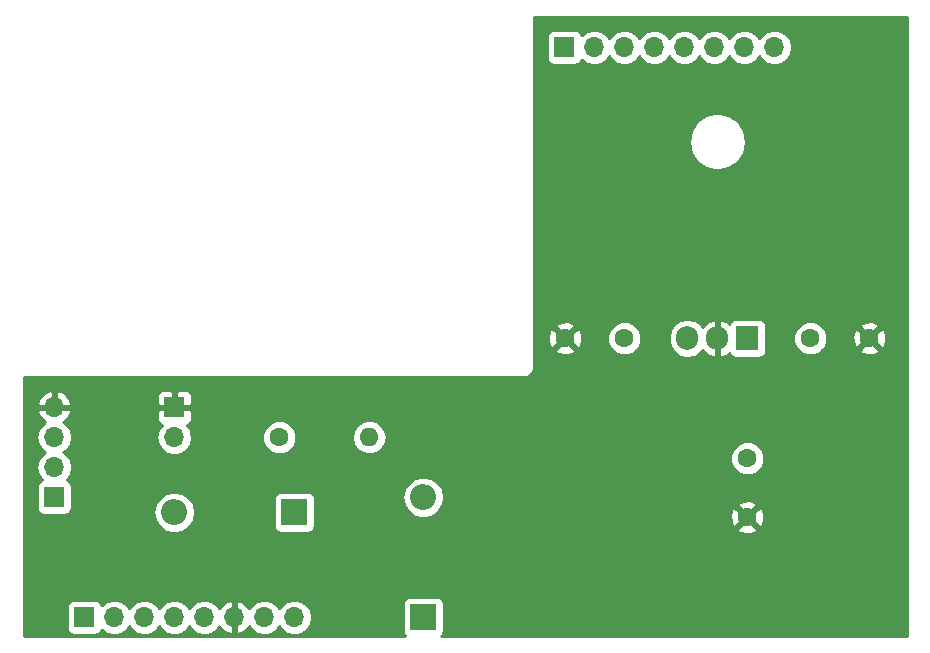
<source format=gbr>
G04 #@! TF.GenerationSoftware,KiCad,Pcbnew,(5.0.2)-1*
G04 #@! TF.CreationDate,2019-02-27T10:38:39-05:00*
G04 #@! TF.ProjectId,AR-22_Power_Supply,41522d32-325f-4506-9f77-65725f537570,rev?*
G04 #@! TF.SameCoordinates,Original*
G04 #@! TF.FileFunction,Copper,L1,Top*
G04 #@! TF.FilePolarity,Positive*
%FSLAX46Y46*%
G04 Gerber Fmt 4.6, Leading zero omitted, Abs format (unit mm)*
G04 Created by KiCad (PCBNEW (5.0.2)-1) date 2/27/2019 10:38:39 AM*
%MOMM*%
%LPD*%
G01*
G04 APERTURE LIST*
G04 #@! TA.AperFunction,ComponentPad*
%ADD10C,1.600000*%
G04 #@! TD*
G04 #@! TA.AperFunction,ComponentPad*
%ADD11R,1.700000X1.700000*%
G04 #@! TD*
G04 #@! TA.AperFunction,ComponentPad*
%ADD12O,1.700000X1.700000*%
G04 #@! TD*
G04 #@! TA.AperFunction,ComponentPad*
%ADD13O,2.200000X2.200000*%
G04 #@! TD*
G04 #@! TA.AperFunction,ComponentPad*
%ADD14R,2.200000X2.200000*%
G04 #@! TD*
G04 #@! TA.AperFunction,ComponentPad*
%ADD15R,1.905000X2.000000*%
G04 #@! TD*
G04 #@! TA.AperFunction,ComponentPad*
%ADD16O,1.905000X2.000000*%
G04 #@! TD*
G04 #@! TA.AperFunction,ComponentPad*
%ADD17O,1.600000X1.600000*%
G04 #@! TD*
G04 #@! TA.AperFunction,Conductor*
%ADD18C,0.254000*%
G04 #@! TD*
G04 APERTURE END LIST*
D10*
G04 #@! TO.P,C1,1*
G04 #@! TO.N,Net-(C1-Pad1)*
X178054000Y-66040000D03*
G04 #@! TO.P,C1,2*
G04 #@! TO.N,GND*
X178054000Y-71040000D03*
G04 #@! TD*
G04 #@! TO.P,C3,2*
G04 #@! TO.N,GND*
X162640000Y-55880000D03*
G04 #@! TO.P,C3,1*
G04 #@! TO.N,Net-(C3-Pad1)*
X167640000Y-55880000D03*
G04 #@! TD*
G04 #@! TO.P,C2,1*
G04 #@! TO.N,Net-(C1-Pad1)*
X183388000Y-55880000D03*
G04 #@! TO.P,C2,2*
G04 #@! TO.N,GND*
X188388000Y-55880000D03*
G04 #@! TD*
D11*
G04 #@! TO.P,J1,1*
G04 #@! TO.N,GND*
X129540000Y-61722000D03*
D12*
G04 #@! TO.P,J1,2*
G04 #@! TO.N,Net-(J1-Pad2)*
X129540000Y-64262000D03*
G04 #@! TD*
D11*
G04 #@! TO.P,J2,1*
G04 #@! TO.N,Net-(J2-Pad1)*
X119380000Y-69342000D03*
D12*
G04 #@! TO.P,J2,2*
G04 #@! TO.N,Net-(J2-Pad2)*
X119380000Y-66802000D03*
G04 #@! TO.P,J2,3*
G04 #@! TO.N,Net-(D1-Pad2)*
X119380000Y-64262000D03*
G04 #@! TO.P,J2,4*
G04 #@! TO.N,GND*
X119380000Y-61722000D03*
G04 #@! TD*
G04 #@! TO.P,,8*
G04 #@! TO.N,Net-(J4-Pad8)*
X180340000Y-31242000D03*
G04 #@! TO.P,,7*
G04 #@! TO.N,Net-(J4-Pad7)*
X177800000Y-31242000D03*
G04 #@! TO.P,,6*
G04 #@! TO.N,Net-(J4-Pad6)*
X175260000Y-31242000D03*
G04 #@! TO.P,,5*
G04 #@! TO.N,Net-(J4-Pad5)*
X172720000Y-31242000D03*
G04 #@! TO.P,,4*
G04 #@! TO.N,Net-(J4-Pad4)*
X170180000Y-31242000D03*
G04 #@! TO.P,,3*
G04 #@! TO.N,Net-(J4-Pad3)*
X167640000Y-31242000D03*
G04 #@! TO.P,,2*
G04 #@! TO.N,Net-(J4-Pad2)*
X165100000Y-31242000D03*
D11*
G04 #@! TO.P,,1*
G04 #@! TO.N,Net-(J4-Pad1)*
X162560000Y-31242000D03*
G04 #@! TD*
G04 #@! TO.P,J3,1*
G04 #@! TO.N,Net-(J3-Pad1)*
X121920000Y-79502000D03*
D12*
G04 #@! TO.P,J3,2*
G04 #@! TO.N,Net-(J3-Pad2)*
X124460000Y-79502000D03*
G04 #@! TO.P,J3,3*
G04 #@! TO.N,Net-(J3-Pad3)*
X127000000Y-79502000D03*
G04 #@! TO.P,J3,4*
G04 #@! TO.N,Net-(J3-Pad4)*
X129540000Y-79502000D03*
G04 #@! TO.P,J3,5*
G04 #@! TO.N,Net-(J3-Pad5)*
X132080000Y-79502000D03*
G04 #@! TO.P,J3,6*
G04 #@! TO.N,GND*
X134620000Y-79502000D03*
G04 #@! TO.P,J3,7*
G04 #@! TO.N,Net-(J3-Pad7)*
X137160000Y-79502000D03*
G04 #@! TO.P,J3,8*
G04 #@! TO.N,Net-(D2-Pad1)*
X139700000Y-79502000D03*
G04 #@! TD*
D13*
G04 #@! TO.P,D2,2*
G04 #@! TO.N,Net-(C3-Pad1)*
X150622000Y-69342000D03*
D14*
G04 #@! TO.P,D2,1*
G04 #@! TO.N,Net-(D2-Pad1)*
X150622000Y-79502000D03*
G04 #@! TD*
G04 #@! TO.P,D1,1*
G04 #@! TO.N,Net-(C1-Pad1)*
X139700000Y-70612000D03*
D13*
G04 #@! TO.P,D1,2*
G04 #@! TO.N,Net-(D1-Pad2)*
X129540000Y-70612000D03*
G04 #@! TD*
D15*
G04 #@! TO.P,U1,1*
G04 #@! TO.N,Net-(C1-Pad1)*
X178054000Y-55880000D03*
D16*
G04 #@! TO.P,U1,2*
G04 #@! TO.N,GND*
X175514000Y-55880000D03*
G04 #@! TO.P,U1,3*
G04 #@! TO.N,Net-(C3-Pad1)*
X172974000Y-55880000D03*
G04 #@! TD*
D10*
G04 #@! TO.P,R1,1*
G04 #@! TO.N,Net-(J1-Pad2)*
X138430000Y-64262000D03*
D17*
G04 #@! TO.P,R1,2*
G04 #@! TO.N,Net-(C3-Pad1)*
X146050000Y-64262000D03*
G04 #@! TD*
D18*
G04 #@! TO.N,GND*
G36*
X191568001Y-81078000D02*
X152152584Y-81078000D01*
X152179809Y-81059809D01*
X152320157Y-80849765D01*
X152369440Y-80602000D01*
X152369440Y-78402000D01*
X152320157Y-78154235D01*
X152179809Y-77944191D01*
X151969765Y-77803843D01*
X151722000Y-77754560D01*
X149522000Y-77754560D01*
X149274235Y-77803843D01*
X149064191Y-77944191D01*
X148923843Y-78154235D01*
X148874560Y-78402000D01*
X148874560Y-80602000D01*
X148923843Y-80849765D01*
X149064191Y-81059809D01*
X149091416Y-81078000D01*
X116788000Y-81078000D01*
X116788000Y-78652000D01*
X120422560Y-78652000D01*
X120422560Y-80352000D01*
X120471843Y-80599765D01*
X120612191Y-80809809D01*
X120822235Y-80950157D01*
X121070000Y-80999440D01*
X122770000Y-80999440D01*
X123017765Y-80950157D01*
X123227809Y-80809809D01*
X123368157Y-80599765D01*
X123377184Y-80554381D01*
X123389375Y-80572625D01*
X123880582Y-80900839D01*
X124313744Y-80987000D01*
X124606256Y-80987000D01*
X125039418Y-80900839D01*
X125530625Y-80572625D01*
X125730000Y-80274239D01*
X125929375Y-80572625D01*
X126420582Y-80900839D01*
X126853744Y-80987000D01*
X127146256Y-80987000D01*
X127579418Y-80900839D01*
X128070625Y-80572625D01*
X128270000Y-80274239D01*
X128469375Y-80572625D01*
X128960582Y-80900839D01*
X129393744Y-80987000D01*
X129686256Y-80987000D01*
X130119418Y-80900839D01*
X130610625Y-80572625D01*
X130810000Y-80274239D01*
X131009375Y-80572625D01*
X131500582Y-80900839D01*
X131933744Y-80987000D01*
X132226256Y-80987000D01*
X132659418Y-80900839D01*
X133150625Y-80572625D01*
X133363843Y-80253522D01*
X133424817Y-80383358D01*
X133853076Y-80773645D01*
X134263110Y-80943476D01*
X134493000Y-80822155D01*
X134493000Y-79629000D01*
X134473000Y-79629000D01*
X134473000Y-79375000D01*
X134493000Y-79375000D01*
X134493000Y-78181845D01*
X134747000Y-78181845D01*
X134747000Y-79375000D01*
X134767000Y-79375000D01*
X134767000Y-79629000D01*
X134747000Y-79629000D01*
X134747000Y-80822155D01*
X134976890Y-80943476D01*
X135386924Y-80773645D01*
X135815183Y-80383358D01*
X135876157Y-80253522D01*
X136089375Y-80572625D01*
X136580582Y-80900839D01*
X137013744Y-80987000D01*
X137306256Y-80987000D01*
X137739418Y-80900839D01*
X138230625Y-80572625D01*
X138430000Y-80274239D01*
X138629375Y-80572625D01*
X139120582Y-80900839D01*
X139553744Y-80987000D01*
X139846256Y-80987000D01*
X140279418Y-80900839D01*
X140770625Y-80572625D01*
X141098839Y-80081418D01*
X141214092Y-79502000D01*
X141098839Y-78922582D01*
X140770625Y-78431375D01*
X140279418Y-78103161D01*
X139846256Y-78017000D01*
X139553744Y-78017000D01*
X139120582Y-78103161D01*
X138629375Y-78431375D01*
X138430000Y-78729761D01*
X138230625Y-78431375D01*
X137739418Y-78103161D01*
X137306256Y-78017000D01*
X137013744Y-78017000D01*
X136580582Y-78103161D01*
X136089375Y-78431375D01*
X135876157Y-78750478D01*
X135815183Y-78620642D01*
X135386924Y-78230355D01*
X134976890Y-78060524D01*
X134747000Y-78181845D01*
X134493000Y-78181845D01*
X134263110Y-78060524D01*
X133853076Y-78230355D01*
X133424817Y-78620642D01*
X133363843Y-78750478D01*
X133150625Y-78431375D01*
X132659418Y-78103161D01*
X132226256Y-78017000D01*
X131933744Y-78017000D01*
X131500582Y-78103161D01*
X131009375Y-78431375D01*
X130810000Y-78729761D01*
X130610625Y-78431375D01*
X130119418Y-78103161D01*
X129686256Y-78017000D01*
X129393744Y-78017000D01*
X128960582Y-78103161D01*
X128469375Y-78431375D01*
X128270000Y-78729761D01*
X128070625Y-78431375D01*
X127579418Y-78103161D01*
X127146256Y-78017000D01*
X126853744Y-78017000D01*
X126420582Y-78103161D01*
X125929375Y-78431375D01*
X125730000Y-78729761D01*
X125530625Y-78431375D01*
X125039418Y-78103161D01*
X124606256Y-78017000D01*
X124313744Y-78017000D01*
X123880582Y-78103161D01*
X123389375Y-78431375D01*
X123377184Y-78449619D01*
X123368157Y-78404235D01*
X123227809Y-78194191D01*
X123017765Y-78053843D01*
X122770000Y-78004560D01*
X121070000Y-78004560D01*
X120822235Y-78053843D01*
X120612191Y-78194191D01*
X120471843Y-78404235D01*
X120422560Y-78652000D01*
X116788000Y-78652000D01*
X116788000Y-64262000D01*
X117865908Y-64262000D01*
X117981161Y-64841418D01*
X118309375Y-65332625D01*
X118607761Y-65532000D01*
X118309375Y-65731375D01*
X117981161Y-66222582D01*
X117865908Y-66802000D01*
X117981161Y-67381418D01*
X118309375Y-67872625D01*
X118327619Y-67884816D01*
X118282235Y-67893843D01*
X118072191Y-68034191D01*
X117931843Y-68244235D01*
X117882560Y-68492000D01*
X117882560Y-70192000D01*
X117931843Y-70439765D01*
X118072191Y-70649809D01*
X118282235Y-70790157D01*
X118530000Y-70839440D01*
X120230000Y-70839440D01*
X120477765Y-70790157D01*
X120687809Y-70649809D01*
X120713072Y-70612000D01*
X127771010Y-70612000D01*
X127905666Y-71288963D01*
X128289135Y-71862865D01*
X128863037Y-72246334D01*
X129369120Y-72347000D01*
X129710880Y-72347000D01*
X130216963Y-72246334D01*
X130790865Y-71862865D01*
X131174334Y-71288963D01*
X131308990Y-70612000D01*
X131174334Y-69935037D01*
X130891670Y-69512000D01*
X137952560Y-69512000D01*
X137952560Y-71712000D01*
X138001843Y-71959765D01*
X138142191Y-72169809D01*
X138352235Y-72310157D01*
X138600000Y-72359440D01*
X140800000Y-72359440D01*
X141047765Y-72310157D01*
X141257809Y-72169809D01*
X141339370Y-72047745D01*
X177225861Y-72047745D01*
X177299995Y-72293864D01*
X177837223Y-72486965D01*
X178407454Y-72459778D01*
X178808005Y-72293864D01*
X178882139Y-72047745D01*
X178054000Y-71219605D01*
X177225861Y-72047745D01*
X141339370Y-72047745D01*
X141398157Y-71959765D01*
X141447440Y-71712000D01*
X141447440Y-69512000D01*
X141413626Y-69342000D01*
X148853010Y-69342000D01*
X148987666Y-70018963D01*
X149371135Y-70592865D01*
X149945037Y-70976334D01*
X150451120Y-71077000D01*
X150792880Y-71077000D01*
X151298963Y-70976334D01*
X151528109Y-70823223D01*
X176607035Y-70823223D01*
X176634222Y-71393454D01*
X176800136Y-71794005D01*
X177046255Y-71868139D01*
X177874395Y-71040000D01*
X178233605Y-71040000D01*
X179061745Y-71868139D01*
X179307864Y-71794005D01*
X179500965Y-71256777D01*
X179473778Y-70686546D01*
X179307864Y-70285995D01*
X179061745Y-70211861D01*
X178233605Y-71040000D01*
X177874395Y-71040000D01*
X177046255Y-70211861D01*
X176800136Y-70285995D01*
X176607035Y-70823223D01*
X151528109Y-70823223D01*
X151872865Y-70592865D01*
X152247452Y-70032255D01*
X177225861Y-70032255D01*
X178054000Y-70860395D01*
X178882139Y-70032255D01*
X178808005Y-69786136D01*
X178270777Y-69593035D01*
X177700546Y-69620222D01*
X177299995Y-69786136D01*
X177225861Y-70032255D01*
X152247452Y-70032255D01*
X152256334Y-70018963D01*
X152390990Y-69342000D01*
X152256334Y-68665037D01*
X151872865Y-68091135D01*
X151298963Y-67707666D01*
X150792880Y-67607000D01*
X150451120Y-67607000D01*
X149945037Y-67707666D01*
X149371135Y-68091135D01*
X148987666Y-68665037D01*
X148853010Y-69342000D01*
X141413626Y-69342000D01*
X141398157Y-69264235D01*
X141257809Y-69054191D01*
X141047765Y-68913843D01*
X140800000Y-68864560D01*
X138600000Y-68864560D01*
X138352235Y-68913843D01*
X138142191Y-69054191D01*
X138001843Y-69264235D01*
X137952560Y-69512000D01*
X130891670Y-69512000D01*
X130790865Y-69361135D01*
X130216963Y-68977666D01*
X129710880Y-68877000D01*
X129369120Y-68877000D01*
X128863037Y-68977666D01*
X128289135Y-69361135D01*
X127905666Y-69935037D01*
X127771010Y-70612000D01*
X120713072Y-70612000D01*
X120828157Y-70439765D01*
X120877440Y-70192000D01*
X120877440Y-68492000D01*
X120828157Y-68244235D01*
X120687809Y-68034191D01*
X120477765Y-67893843D01*
X120432381Y-67884816D01*
X120450625Y-67872625D01*
X120778839Y-67381418D01*
X120894092Y-66802000D01*
X120778839Y-66222582D01*
X120466118Y-65754561D01*
X176619000Y-65754561D01*
X176619000Y-66325439D01*
X176837466Y-66852862D01*
X177241138Y-67256534D01*
X177768561Y-67475000D01*
X178339439Y-67475000D01*
X178866862Y-67256534D01*
X179270534Y-66852862D01*
X179489000Y-66325439D01*
X179489000Y-65754561D01*
X179270534Y-65227138D01*
X178866862Y-64823466D01*
X178339439Y-64605000D01*
X177768561Y-64605000D01*
X177241138Y-64823466D01*
X176837466Y-65227138D01*
X176619000Y-65754561D01*
X120466118Y-65754561D01*
X120450625Y-65731375D01*
X120152239Y-65532000D01*
X120450625Y-65332625D01*
X120778839Y-64841418D01*
X120894092Y-64262000D01*
X128025908Y-64262000D01*
X128141161Y-64841418D01*
X128469375Y-65332625D01*
X128960582Y-65660839D01*
X129393744Y-65747000D01*
X129686256Y-65747000D01*
X130119418Y-65660839D01*
X130610625Y-65332625D01*
X130938839Y-64841418D01*
X131054092Y-64262000D01*
X130997315Y-63976561D01*
X136995000Y-63976561D01*
X136995000Y-64547439D01*
X137213466Y-65074862D01*
X137617138Y-65478534D01*
X138144561Y-65697000D01*
X138715439Y-65697000D01*
X139242862Y-65478534D01*
X139646534Y-65074862D01*
X139865000Y-64547439D01*
X139865000Y-64262000D01*
X144586887Y-64262000D01*
X144698260Y-64821909D01*
X145015423Y-65296577D01*
X145490091Y-65613740D01*
X145908667Y-65697000D01*
X146191333Y-65697000D01*
X146609909Y-65613740D01*
X147084577Y-65296577D01*
X147401740Y-64821909D01*
X147513113Y-64262000D01*
X147401740Y-63702091D01*
X147084577Y-63227423D01*
X146609909Y-62910260D01*
X146191333Y-62827000D01*
X145908667Y-62827000D01*
X145490091Y-62910260D01*
X145015423Y-63227423D01*
X144698260Y-63702091D01*
X144586887Y-64262000D01*
X139865000Y-64262000D01*
X139865000Y-63976561D01*
X139646534Y-63449138D01*
X139242862Y-63045466D01*
X138715439Y-62827000D01*
X138144561Y-62827000D01*
X137617138Y-63045466D01*
X137213466Y-63449138D01*
X136995000Y-63976561D01*
X130997315Y-63976561D01*
X130938839Y-63682582D01*
X130610625Y-63191375D01*
X130588967Y-63176904D01*
X130749698Y-63110327D01*
X130928327Y-62931699D01*
X131025000Y-62698310D01*
X131025000Y-62007750D01*
X130866250Y-61849000D01*
X129667000Y-61849000D01*
X129667000Y-61869000D01*
X129413000Y-61869000D01*
X129413000Y-61849000D01*
X128213750Y-61849000D01*
X128055000Y-62007750D01*
X128055000Y-62698310D01*
X128151673Y-62931699D01*
X128330302Y-63110327D01*
X128491033Y-63176904D01*
X128469375Y-63191375D01*
X128141161Y-63682582D01*
X128025908Y-64262000D01*
X120894092Y-64262000D01*
X120778839Y-63682582D01*
X120450625Y-63191375D01*
X120131522Y-62978157D01*
X120261358Y-62917183D01*
X120651645Y-62488924D01*
X120821476Y-62078890D01*
X120700155Y-61849000D01*
X119507000Y-61849000D01*
X119507000Y-61869000D01*
X119253000Y-61869000D01*
X119253000Y-61849000D01*
X118059845Y-61849000D01*
X117938524Y-62078890D01*
X118108355Y-62488924D01*
X118498642Y-62917183D01*
X118628478Y-62978157D01*
X118309375Y-63191375D01*
X117981161Y-63682582D01*
X117865908Y-64262000D01*
X116788000Y-64262000D01*
X116788000Y-61365110D01*
X117938524Y-61365110D01*
X118059845Y-61595000D01*
X119253000Y-61595000D01*
X119253000Y-60401181D01*
X119507000Y-60401181D01*
X119507000Y-61595000D01*
X120700155Y-61595000D01*
X120821476Y-61365110D01*
X120651645Y-60955076D01*
X120460825Y-60745690D01*
X128055000Y-60745690D01*
X128055000Y-61436250D01*
X128213750Y-61595000D01*
X129413000Y-61595000D01*
X129413000Y-60395750D01*
X129667000Y-60395750D01*
X129667000Y-61595000D01*
X130866250Y-61595000D01*
X131025000Y-61436250D01*
X131025000Y-60745690D01*
X130928327Y-60512301D01*
X130749698Y-60333673D01*
X130516309Y-60237000D01*
X129825750Y-60237000D01*
X129667000Y-60395750D01*
X129413000Y-60395750D01*
X129254250Y-60237000D01*
X128563691Y-60237000D01*
X128330302Y-60333673D01*
X128151673Y-60512301D01*
X128055000Y-60745690D01*
X120460825Y-60745690D01*
X120261358Y-60526817D01*
X119736892Y-60280514D01*
X119507000Y-60401181D01*
X119253000Y-60401181D01*
X119023108Y-60280514D01*
X118498642Y-60526817D01*
X118108355Y-60955076D01*
X117938524Y-61365110D01*
X116788000Y-61365110D01*
X116788000Y-59130000D01*
X159188074Y-59130000D01*
X159258000Y-59143909D01*
X159327925Y-59130000D01*
X159327926Y-59130000D01*
X159535028Y-59088805D01*
X159769881Y-58931881D01*
X159926805Y-58697028D01*
X159981909Y-58420000D01*
X159968000Y-58350074D01*
X159968000Y-56887745D01*
X161811861Y-56887745D01*
X161885995Y-57133864D01*
X162423223Y-57326965D01*
X162993454Y-57299778D01*
X163394005Y-57133864D01*
X163468139Y-56887745D01*
X162640000Y-56059605D01*
X161811861Y-56887745D01*
X159968000Y-56887745D01*
X159968000Y-55663223D01*
X161193035Y-55663223D01*
X161220222Y-56233454D01*
X161386136Y-56634005D01*
X161632255Y-56708139D01*
X162460395Y-55880000D01*
X162819605Y-55880000D01*
X163647745Y-56708139D01*
X163893864Y-56634005D01*
X164086965Y-56096777D01*
X164063021Y-55594561D01*
X166205000Y-55594561D01*
X166205000Y-56165439D01*
X166423466Y-56692862D01*
X166827138Y-57096534D01*
X167354561Y-57315000D01*
X167925439Y-57315000D01*
X168452862Y-57096534D01*
X168856534Y-56692862D01*
X169075000Y-56165439D01*
X169075000Y-55676150D01*
X171386500Y-55676150D01*
X171386500Y-56083849D01*
X171478609Y-56546910D01*
X171829477Y-57072023D01*
X172354589Y-57422891D01*
X172974000Y-57546100D01*
X173593410Y-57422891D01*
X174118523Y-57072023D01*
X174253159Y-56870526D01*
X174647076Y-57255973D01*
X175141020Y-57470563D01*
X175387000Y-57350594D01*
X175387000Y-56007000D01*
X175367000Y-56007000D01*
X175367000Y-55753000D01*
X175387000Y-55753000D01*
X175387000Y-54409406D01*
X175641000Y-54409406D01*
X175641000Y-55753000D01*
X175661000Y-55753000D01*
X175661000Y-56007000D01*
X175641000Y-56007000D01*
X175641000Y-57350594D01*
X175886980Y-57470563D01*
X176380924Y-57255973D01*
X176506745Y-57132857D01*
X176643691Y-57337809D01*
X176853735Y-57478157D01*
X177101500Y-57527440D01*
X179006500Y-57527440D01*
X179254265Y-57478157D01*
X179464309Y-57337809D01*
X179604657Y-57127765D01*
X179653940Y-56880000D01*
X179653940Y-55594561D01*
X181953000Y-55594561D01*
X181953000Y-56165439D01*
X182171466Y-56692862D01*
X182575138Y-57096534D01*
X183102561Y-57315000D01*
X183673439Y-57315000D01*
X184200862Y-57096534D01*
X184409651Y-56887745D01*
X187559861Y-56887745D01*
X187633995Y-57133864D01*
X188171223Y-57326965D01*
X188741454Y-57299778D01*
X189142005Y-57133864D01*
X189216139Y-56887745D01*
X188388000Y-56059605D01*
X187559861Y-56887745D01*
X184409651Y-56887745D01*
X184604534Y-56692862D01*
X184823000Y-56165439D01*
X184823000Y-55663223D01*
X186941035Y-55663223D01*
X186968222Y-56233454D01*
X187134136Y-56634005D01*
X187380255Y-56708139D01*
X188208395Y-55880000D01*
X188567605Y-55880000D01*
X189395745Y-56708139D01*
X189641864Y-56634005D01*
X189834965Y-56096777D01*
X189807778Y-55526546D01*
X189641864Y-55125995D01*
X189395745Y-55051861D01*
X188567605Y-55880000D01*
X188208395Y-55880000D01*
X187380255Y-55051861D01*
X187134136Y-55125995D01*
X186941035Y-55663223D01*
X184823000Y-55663223D01*
X184823000Y-55594561D01*
X184604534Y-55067138D01*
X184409651Y-54872255D01*
X187559861Y-54872255D01*
X188388000Y-55700395D01*
X189216139Y-54872255D01*
X189142005Y-54626136D01*
X188604777Y-54433035D01*
X188034546Y-54460222D01*
X187633995Y-54626136D01*
X187559861Y-54872255D01*
X184409651Y-54872255D01*
X184200862Y-54663466D01*
X183673439Y-54445000D01*
X183102561Y-54445000D01*
X182575138Y-54663466D01*
X182171466Y-55067138D01*
X181953000Y-55594561D01*
X179653940Y-55594561D01*
X179653940Y-54880000D01*
X179604657Y-54632235D01*
X179464309Y-54422191D01*
X179254265Y-54281843D01*
X179006500Y-54232560D01*
X177101500Y-54232560D01*
X176853735Y-54281843D01*
X176643691Y-54422191D01*
X176506745Y-54627143D01*
X176380924Y-54504027D01*
X175886980Y-54289437D01*
X175641000Y-54409406D01*
X175387000Y-54409406D01*
X175141020Y-54289437D01*
X174647076Y-54504027D01*
X174253159Y-54889474D01*
X174118523Y-54687977D01*
X173593411Y-54337109D01*
X172974000Y-54213900D01*
X172354590Y-54337109D01*
X171829477Y-54687977D01*
X171478609Y-55213089D01*
X171386500Y-55676150D01*
X169075000Y-55676150D01*
X169075000Y-55594561D01*
X168856534Y-55067138D01*
X168452862Y-54663466D01*
X167925439Y-54445000D01*
X167354561Y-54445000D01*
X166827138Y-54663466D01*
X166423466Y-55067138D01*
X166205000Y-55594561D01*
X164063021Y-55594561D01*
X164059778Y-55526546D01*
X163893864Y-55125995D01*
X163647745Y-55051861D01*
X162819605Y-55880000D01*
X162460395Y-55880000D01*
X161632255Y-55051861D01*
X161386136Y-55125995D01*
X161193035Y-55663223D01*
X159968000Y-55663223D01*
X159968000Y-54872255D01*
X161811861Y-54872255D01*
X162640000Y-55700395D01*
X163468139Y-54872255D01*
X163394005Y-54626136D01*
X162856777Y-54433035D01*
X162286546Y-54460222D01*
X161885995Y-54626136D01*
X161811861Y-54872255D01*
X159968000Y-54872255D01*
X159968000Y-39220000D01*
X173082276Y-39220000D01*
X173267380Y-40150580D01*
X173794511Y-40939489D01*
X174583420Y-41466620D01*
X175279103Y-41605000D01*
X175748897Y-41605000D01*
X176444580Y-41466620D01*
X177233489Y-40939489D01*
X177760620Y-40150580D01*
X177945724Y-39220000D01*
X177760620Y-38289420D01*
X177233489Y-37500511D01*
X176444580Y-36973380D01*
X175748897Y-36835000D01*
X175279103Y-36835000D01*
X174583420Y-36973380D01*
X173794511Y-37500511D01*
X173267380Y-38289420D01*
X173082276Y-39220000D01*
X159968000Y-39220000D01*
X159968000Y-30392000D01*
X161062560Y-30392000D01*
X161062560Y-32092000D01*
X161111843Y-32339765D01*
X161252191Y-32549809D01*
X161462235Y-32690157D01*
X161710000Y-32739440D01*
X163410000Y-32739440D01*
X163657765Y-32690157D01*
X163867809Y-32549809D01*
X164008157Y-32339765D01*
X164017184Y-32294381D01*
X164029375Y-32312625D01*
X164520582Y-32640839D01*
X164953744Y-32727000D01*
X165246256Y-32727000D01*
X165679418Y-32640839D01*
X166170625Y-32312625D01*
X166370000Y-32014239D01*
X166569375Y-32312625D01*
X167060582Y-32640839D01*
X167493744Y-32727000D01*
X167786256Y-32727000D01*
X168219418Y-32640839D01*
X168710625Y-32312625D01*
X168910000Y-32014239D01*
X169109375Y-32312625D01*
X169600582Y-32640839D01*
X170033744Y-32727000D01*
X170326256Y-32727000D01*
X170759418Y-32640839D01*
X171250625Y-32312625D01*
X171450000Y-32014239D01*
X171649375Y-32312625D01*
X172140582Y-32640839D01*
X172573744Y-32727000D01*
X172866256Y-32727000D01*
X173299418Y-32640839D01*
X173790625Y-32312625D01*
X173990000Y-32014239D01*
X174189375Y-32312625D01*
X174680582Y-32640839D01*
X175113744Y-32727000D01*
X175406256Y-32727000D01*
X175839418Y-32640839D01*
X176330625Y-32312625D01*
X176530000Y-32014239D01*
X176729375Y-32312625D01*
X177220582Y-32640839D01*
X177653744Y-32727000D01*
X177946256Y-32727000D01*
X178379418Y-32640839D01*
X178870625Y-32312625D01*
X179070000Y-32014239D01*
X179269375Y-32312625D01*
X179760582Y-32640839D01*
X180193744Y-32727000D01*
X180486256Y-32727000D01*
X180919418Y-32640839D01*
X181410625Y-32312625D01*
X181738839Y-31821418D01*
X181854092Y-31242000D01*
X181738839Y-30662582D01*
X181410625Y-30171375D01*
X180919418Y-29843161D01*
X180486256Y-29757000D01*
X180193744Y-29757000D01*
X179760582Y-29843161D01*
X179269375Y-30171375D01*
X179070000Y-30469761D01*
X178870625Y-30171375D01*
X178379418Y-29843161D01*
X177946256Y-29757000D01*
X177653744Y-29757000D01*
X177220582Y-29843161D01*
X176729375Y-30171375D01*
X176530000Y-30469761D01*
X176330625Y-30171375D01*
X175839418Y-29843161D01*
X175406256Y-29757000D01*
X175113744Y-29757000D01*
X174680582Y-29843161D01*
X174189375Y-30171375D01*
X173990000Y-30469761D01*
X173790625Y-30171375D01*
X173299418Y-29843161D01*
X172866256Y-29757000D01*
X172573744Y-29757000D01*
X172140582Y-29843161D01*
X171649375Y-30171375D01*
X171450000Y-30469761D01*
X171250625Y-30171375D01*
X170759418Y-29843161D01*
X170326256Y-29757000D01*
X170033744Y-29757000D01*
X169600582Y-29843161D01*
X169109375Y-30171375D01*
X168910000Y-30469761D01*
X168710625Y-30171375D01*
X168219418Y-29843161D01*
X167786256Y-29757000D01*
X167493744Y-29757000D01*
X167060582Y-29843161D01*
X166569375Y-30171375D01*
X166370000Y-30469761D01*
X166170625Y-30171375D01*
X165679418Y-29843161D01*
X165246256Y-29757000D01*
X164953744Y-29757000D01*
X164520582Y-29843161D01*
X164029375Y-30171375D01*
X164017184Y-30189619D01*
X164008157Y-30144235D01*
X163867809Y-29934191D01*
X163657765Y-29793843D01*
X163410000Y-29744560D01*
X161710000Y-29744560D01*
X161462235Y-29793843D01*
X161252191Y-29934191D01*
X161111843Y-30144235D01*
X161062560Y-30392000D01*
X159968000Y-30392000D01*
X159968000Y-28650000D01*
X191568000Y-28650000D01*
X191568001Y-81078000D01*
X191568001Y-81078000D01*
G37*
X191568001Y-81078000D02*
X152152584Y-81078000D01*
X152179809Y-81059809D01*
X152320157Y-80849765D01*
X152369440Y-80602000D01*
X152369440Y-78402000D01*
X152320157Y-78154235D01*
X152179809Y-77944191D01*
X151969765Y-77803843D01*
X151722000Y-77754560D01*
X149522000Y-77754560D01*
X149274235Y-77803843D01*
X149064191Y-77944191D01*
X148923843Y-78154235D01*
X148874560Y-78402000D01*
X148874560Y-80602000D01*
X148923843Y-80849765D01*
X149064191Y-81059809D01*
X149091416Y-81078000D01*
X116788000Y-81078000D01*
X116788000Y-78652000D01*
X120422560Y-78652000D01*
X120422560Y-80352000D01*
X120471843Y-80599765D01*
X120612191Y-80809809D01*
X120822235Y-80950157D01*
X121070000Y-80999440D01*
X122770000Y-80999440D01*
X123017765Y-80950157D01*
X123227809Y-80809809D01*
X123368157Y-80599765D01*
X123377184Y-80554381D01*
X123389375Y-80572625D01*
X123880582Y-80900839D01*
X124313744Y-80987000D01*
X124606256Y-80987000D01*
X125039418Y-80900839D01*
X125530625Y-80572625D01*
X125730000Y-80274239D01*
X125929375Y-80572625D01*
X126420582Y-80900839D01*
X126853744Y-80987000D01*
X127146256Y-80987000D01*
X127579418Y-80900839D01*
X128070625Y-80572625D01*
X128270000Y-80274239D01*
X128469375Y-80572625D01*
X128960582Y-80900839D01*
X129393744Y-80987000D01*
X129686256Y-80987000D01*
X130119418Y-80900839D01*
X130610625Y-80572625D01*
X130810000Y-80274239D01*
X131009375Y-80572625D01*
X131500582Y-80900839D01*
X131933744Y-80987000D01*
X132226256Y-80987000D01*
X132659418Y-80900839D01*
X133150625Y-80572625D01*
X133363843Y-80253522D01*
X133424817Y-80383358D01*
X133853076Y-80773645D01*
X134263110Y-80943476D01*
X134493000Y-80822155D01*
X134493000Y-79629000D01*
X134473000Y-79629000D01*
X134473000Y-79375000D01*
X134493000Y-79375000D01*
X134493000Y-78181845D01*
X134747000Y-78181845D01*
X134747000Y-79375000D01*
X134767000Y-79375000D01*
X134767000Y-79629000D01*
X134747000Y-79629000D01*
X134747000Y-80822155D01*
X134976890Y-80943476D01*
X135386924Y-80773645D01*
X135815183Y-80383358D01*
X135876157Y-80253522D01*
X136089375Y-80572625D01*
X136580582Y-80900839D01*
X137013744Y-80987000D01*
X137306256Y-80987000D01*
X137739418Y-80900839D01*
X138230625Y-80572625D01*
X138430000Y-80274239D01*
X138629375Y-80572625D01*
X139120582Y-80900839D01*
X139553744Y-80987000D01*
X139846256Y-80987000D01*
X140279418Y-80900839D01*
X140770625Y-80572625D01*
X141098839Y-80081418D01*
X141214092Y-79502000D01*
X141098839Y-78922582D01*
X140770625Y-78431375D01*
X140279418Y-78103161D01*
X139846256Y-78017000D01*
X139553744Y-78017000D01*
X139120582Y-78103161D01*
X138629375Y-78431375D01*
X138430000Y-78729761D01*
X138230625Y-78431375D01*
X137739418Y-78103161D01*
X137306256Y-78017000D01*
X137013744Y-78017000D01*
X136580582Y-78103161D01*
X136089375Y-78431375D01*
X135876157Y-78750478D01*
X135815183Y-78620642D01*
X135386924Y-78230355D01*
X134976890Y-78060524D01*
X134747000Y-78181845D01*
X134493000Y-78181845D01*
X134263110Y-78060524D01*
X133853076Y-78230355D01*
X133424817Y-78620642D01*
X133363843Y-78750478D01*
X133150625Y-78431375D01*
X132659418Y-78103161D01*
X132226256Y-78017000D01*
X131933744Y-78017000D01*
X131500582Y-78103161D01*
X131009375Y-78431375D01*
X130810000Y-78729761D01*
X130610625Y-78431375D01*
X130119418Y-78103161D01*
X129686256Y-78017000D01*
X129393744Y-78017000D01*
X128960582Y-78103161D01*
X128469375Y-78431375D01*
X128270000Y-78729761D01*
X128070625Y-78431375D01*
X127579418Y-78103161D01*
X127146256Y-78017000D01*
X126853744Y-78017000D01*
X126420582Y-78103161D01*
X125929375Y-78431375D01*
X125730000Y-78729761D01*
X125530625Y-78431375D01*
X125039418Y-78103161D01*
X124606256Y-78017000D01*
X124313744Y-78017000D01*
X123880582Y-78103161D01*
X123389375Y-78431375D01*
X123377184Y-78449619D01*
X123368157Y-78404235D01*
X123227809Y-78194191D01*
X123017765Y-78053843D01*
X122770000Y-78004560D01*
X121070000Y-78004560D01*
X120822235Y-78053843D01*
X120612191Y-78194191D01*
X120471843Y-78404235D01*
X120422560Y-78652000D01*
X116788000Y-78652000D01*
X116788000Y-64262000D01*
X117865908Y-64262000D01*
X117981161Y-64841418D01*
X118309375Y-65332625D01*
X118607761Y-65532000D01*
X118309375Y-65731375D01*
X117981161Y-66222582D01*
X117865908Y-66802000D01*
X117981161Y-67381418D01*
X118309375Y-67872625D01*
X118327619Y-67884816D01*
X118282235Y-67893843D01*
X118072191Y-68034191D01*
X117931843Y-68244235D01*
X117882560Y-68492000D01*
X117882560Y-70192000D01*
X117931843Y-70439765D01*
X118072191Y-70649809D01*
X118282235Y-70790157D01*
X118530000Y-70839440D01*
X120230000Y-70839440D01*
X120477765Y-70790157D01*
X120687809Y-70649809D01*
X120713072Y-70612000D01*
X127771010Y-70612000D01*
X127905666Y-71288963D01*
X128289135Y-71862865D01*
X128863037Y-72246334D01*
X129369120Y-72347000D01*
X129710880Y-72347000D01*
X130216963Y-72246334D01*
X130790865Y-71862865D01*
X131174334Y-71288963D01*
X131308990Y-70612000D01*
X131174334Y-69935037D01*
X130891670Y-69512000D01*
X137952560Y-69512000D01*
X137952560Y-71712000D01*
X138001843Y-71959765D01*
X138142191Y-72169809D01*
X138352235Y-72310157D01*
X138600000Y-72359440D01*
X140800000Y-72359440D01*
X141047765Y-72310157D01*
X141257809Y-72169809D01*
X141339370Y-72047745D01*
X177225861Y-72047745D01*
X177299995Y-72293864D01*
X177837223Y-72486965D01*
X178407454Y-72459778D01*
X178808005Y-72293864D01*
X178882139Y-72047745D01*
X178054000Y-71219605D01*
X177225861Y-72047745D01*
X141339370Y-72047745D01*
X141398157Y-71959765D01*
X141447440Y-71712000D01*
X141447440Y-69512000D01*
X141413626Y-69342000D01*
X148853010Y-69342000D01*
X148987666Y-70018963D01*
X149371135Y-70592865D01*
X149945037Y-70976334D01*
X150451120Y-71077000D01*
X150792880Y-71077000D01*
X151298963Y-70976334D01*
X151528109Y-70823223D01*
X176607035Y-70823223D01*
X176634222Y-71393454D01*
X176800136Y-71794005D01*
X177046255Y-71868139D01*
X177874395Y-71040000D01*
X178233605Y-71040000D01*
X179061745Y-71868139D01*
X179307864Y-71794005D01*
X179500965Y-71256777D01*
X179473778Y-70686546D01*
X179307864Y-70285995D01*
X179061745Y-70211861D01*
X178233605Y-71040000D01*
X177874395Y-71040000D01*
X177046255Y-70211861D01*
X176800136Y-70285995D01*
X176607035Y-70823223D01*
X151528109Y-70823223D01*
X151872865Y-70592865D01*
X152247452Y-70032255D01*
X177225861Y-70032255D01*
X178054000Y-70860395D01*
X178882139Y-70032255D01*
X178808005Y-69786136D01*
X178270777Y-69593035D01*
X177700546Y-69620222D01*
X177299995Y-69786136D01*
X177225861Y-70032255D01*
X152247452Y-70032255D01*
X152256334Y-70018963D01*
X152390990Y-69342000D01*
X152256334Y-68665037D01*
X151872865Y-68091135D01*
X151298963Y-67707666D01*
X150792880Y-67607000D01*
X150451120Y-67607000D01*
X149945037Y-67707666D01*
X149371135Y-68091135D01*
X148987666Y-68665037D01*
X148853010Y-69342000D01*
X141413626Y-69342000D01*
X141398157Y-69264235D01*
X141257809Y-69054191D01*
X141047765Y-68913843D01*
X140800000Y-68864560D01*
X138600000Y-68864560D01*
X138352235Y-68913843D01*
X138142191Y-69054191D01*
X138001843Y-69264235D01*
X137952560Y-69512000D01*
X130891670Y-69512000D01*
X130790865Y-69361135D01*
X130216963Y-68977666D01*
X129710880Y-68877000D01*
X129369120Y-68877000D01*
X128863037Y-68977666D01*
X128289135Y-69361135D01*
X127905666Y-69935037D01*
X127771010Y-70612000D01*
X120713072Y-70612000D01*
X120828157Y-70439765D01*
X120877440Y-70192000D01*
X120877440Y-68492000D01*
X120828157Y-68244235D01*
X120687809Y-68034191D01*
X120477765Y-67893843D01*
X120432381Y-67884816D01*
X120450625Y-67872625D01*
X120778839Y-67381418D01*
X120894092Y-66802000D01*
X120778839Y-66222582D01*
X120466118Y-65754561D01*
X176619000Y-65754561D01*
X176619000Y-66325439D01*
X176837466Y-66852862D01*
X177241138Y-67256534D01*
X177768561Y-67475000D01*
X178339439Y-67475000D01*
X178866862Y-67256534D01*
X179270534Y-66852862D01*
X179489000Y-66325439D01*
X179489000Y-65754561D01*
X179270534Y-65227138D01*
X178866862Y-64823466D01*
X178339439Y-64605000D01*
X177768561Y-64605000D01*
X177241138Y-64823466D01*
X176837466Y-65227138D01*
X176619000Y-65754561D01*
X120466118Y-65754561D01*
X120450625Y-65731375D01*
X120152239Y-65532000D01*
X120450625Y-65332625D01*
X120778839Y-64841418D01*
X120894092Y-64262000D01*
X128025908Y-64262000D01*
X128141161Y-64841418D01*
X128469375Y-65332625D01*
X128960582Y-65660839D01*
X129393744Y-65747000D01*
X129686256Y-65747000D01*
X130119418Y-65660839D01*
X130610625Y-65332625D01*
X130938839Y-64841418D01*
X131054092Y-64262000D01*
X130997315Y-63976561D01*
X136995000Y-63976561D01*
X136995000Y-64547439D01*
X137213466Y-65074862D01*
X137617138Y-65478534D01*
X138144561Y-65697000D01*
X138715439Y-65697000D01*
X139242862Y-65478534D01*
X139646534Y-65074862D01*
X139865000Y-64547439D01*
X139865000Y-64262000D01*
X144586887Y-64262000D01*
X144698260Y-64821909D01*
X145015423Y-65296577D01*
X145490091Y-65613740D01*
X145908667Y-65697000D01*
X146191333Y-65697000D01*
X146609909Y-65613740D01*
X147084577Y-65296577D01*
X147401740Y-64821909D01*
X147513113Y-64262000D01*
X147401740Y-63702091D01*
X147084577Y-63227423D01*
X146609909Y-62910260D01*
X146191333Y-62827000D01*
X145908667Y-62827000D01*
X145490091Y-62910260D01*
X145015423Y-63227423D01*
X144698260Y-63702091D01*
X144586887Y-64262000D01*
X139865000Y-64262000D01*
X139865000Y-63976561D01*
X139646534Y-63449138D01*
X139242862Y-63045466D01*
X138715439Y-62827000D01*
X138144561Y-62827000D01*
X137617138Y-63045466D01*
X137213466Y-63449138D01*
X136995000Y-63976561D01*
X130997315Y-63976561D01*
X130938839Y-63682582D01*
X130610625Y-63191375D01*
X130588967Y-63176904D01*
X130749698Y-63110327D01*
X130928327Y-62931699D01*
X131025000Y-62698310D01*
X131025000Y-62007750D01*
X130866250Y-61849000D01*
X129667000Y-61849000D01*
X129667000Y-61869000D01*
X129413000Y-61869000D01*
X129413000Y-61849000D01*
X128213750Y-61849000D01*
X128055000Y-62007750D01*
X128055000Y-62698310D01*
X128151673Y-62931699D01*
X128330302Y-63110327D01*
X128491033Y-63176904D01*
X128469375Y-63191375D01*
X128141161Y-63682582D01*
X128025908Y-64262000D01*
X120894092Y-64262000D01*
X120778839Y-63682582D01*
X120450625Y-63191375D01*
X120131522Y-62978157D01*
X120261358Y-62917183D01*
X120651645Y-62488924D01*
X120821476Y-62078890D01*
X120700155Y-61849000D01*
X119507000Y-61849000D01*
X119507000Y-61869000D01*
X119253000Y-61869000D01*
X119253000Y-61849000D01*
X118059845Y-61849000D01*
X117938524Y-62078890D01*
X118108355Y-62488924D01*
X118498642Y-62917183D01*
X118628478Y-62978157D01*
X118309375Y-63191375D01*
X117981161Y-63682582D01*
X117865908Y-64262000D01*
X116788000Y-64262000D01*
X116788000Y-61365110D01*
X117938524Y-61365110D01*
X118059845Y-61595000D01*
X119253000Y-61595000D01*
X119253000Y-60401181D01*
X119507000Y-60401181D01*
X119507000Y-61595000D01*
X120700155Y-61595000D01*
X120821476Y-61365110D01*
X120651645Y-60955076D01*
X120460825Y-60745690D01*
X128055000Y-60745690D01*
X128055000Y-61436250D01*
X128213750Y-61595000D01*
X129413000Y-61595000D01*
X129413000Y-60395750D01*
X129667000Y-60395750D01*
X129667000Y-61595000D01*
X130866250Y-61595000D01*
X131025000Y-61436250D01*
X131025000Y-60745690D01*
X130928327Y-60512301D01*
X130749698Y-60333673D01*
X130516309Y-60237000D01*
X129825750Y-60237000D01*
X129667000Y-60395750D01*
X129413000Y-60395750D01*
X129254250Y-60237000D01*
X128563691Y-60237000D01*
X128330302Y-60333673D01*
X128151673Y-60512301D01*
X128055000Y-60745690D01*
X120460825Y-60745690D01*
X120261358Y-60526817D01*
X119736892Y-60280514D01*
X119507000Y-60401181D01*
X119253000Y-60401181D01*
X119023108Y-60280514D01*
X118498642Y-60526817D01*
X118108355Y-60955076D01*
X117938524Y-61365110D01*
X116788000Y-61365110D01*
X116788000Y-59130000D01*
X159188074Y-59130000D01*
X159258000Y-59143909D01*
X159327925Y-59130000D01*
X159327926Y-59130000D01*
X159535028Y-59088805D01*
X159769881Y-58931881D01*
X159926805Y-58697028D01*
X159981909Y-58420000D01*
X159968000Y-58350074D01*
X159968000Y-56887745D01*
X161811861Y-56887745D01*
X161885995Y-57133864D01*
X162423223Y-57326965D01*
X162993454Y-57299778D01*
X163394005Y-57133864D01*
X163468139Y-56887745D01*
X162640000Y-56059605D01*
X161811861Y-56887745D01*
X159968000Y-56887745D01*
X159968000Y-55663223D01*
X161193035Y-55663223D01*
X161220222Y-56233454D01*
X161386136Y-56634005D01*
X161632255Y-56708139D01*
X162460395Y-55880000D01*
X162819605Y-55880000D01*
X163647745Y-56708139D01*
X163893864Y-56634005D01*
X164086965Y-56096777D01*
X164063021Y-55594561D01*
X166205000Y-55594561D01*
X166205000Y-56165439D01*
X166423466Y-56692862D01*
X166827138Y-57096534D01*
X167354561Y-57315000D01*
X167925439Y-57315000D01*
X168452862Y-57096534D01*
X168856534Y-56692862D01*
X169075000Y-56165439D01*
X169075000Y-55676150D01*
X171386500Y-55676150D01*
X171386500Y-56083849D01*
X171478609Y-56546910D01*
X171829477Y-57072023D01*
X172354589Y-57422891D01*
X172974000Y-57546100D01*
X173593410Y-57422891D01*
X174118523Y-57072023D01*
X174253159Y-56870526D01*
X174647076Y-57255973D01*
X175141020Y-57470563D01*
X175387000Y-57350594D01*
X175387000Y-56007000D01*
X175367000Y-56007000D01*
X175367000Y-55753000D01*
X175387000Y-55753000D01*
X175387000Y-54409406D01*
X175641000Y-54409406D01*
X175641000Y-55753000D01*
X175661000Y-55753000D01*
X175661000Y-56007000D01*
X175641000Y-56007000D01*
X175641000Y-57350594D01*
X175886980Y-57470563D01*
X176380924Y-57255973D01*
X176506745Y-57132857D01*
X176643691Y-57337809D01*
X176853735Y-57478157D01*
X177101500Y-57527440D01*
X179006500Y-57527440D01*
X179254265Y-57478157D01*
X179464309Y-57337809D01*
X179604657Y-57127765D01*
X179653940Y-56880000D01*
X179653940Y-55594561D01*
X181953000Y-55594561D01*
X181953000Y-56165439D01*
X182171466Y-56692862D01*
X182575138Y-57096534D01*
X183102561Y-57315000D01*
X183673439Y-57315000D01*
X184200862Y-57096534D01*
X184409651Y-56887745D01*
X187559861Y-56887745D01*
X187633995Y-57133864D01*
X188171223Y-57326965D01*
X188741454Y-57299778D01*
X189142005Y-57133864D01*
X189216139Y-56887745D01*
X188388000Y-56059605D01*
X187559861Y-56887745D01*
X184409651Y-56887745D01*
X184604534Y-56692862D01*
X184823000Y-56165439D01*
X184823000Y-55663223D01*
X186941035Y-55663223D01*
X186968222Y-56233454D01*
X187134136Y-56634005D01*
X187380255Y-56708139D01*
X188208395Y-55880000D01*
X188567605Y-55880000D01*
X189395745Y-56708139D01*
X189641864Y-56634005D01*
X189834965Y-56096777D01*
X189807778Y-55526546D01*
X189641864Y-55125995D01*
X189395745Y-55051861D01*
X188567605Y-55880000D01*
X188208395Y-55880000D01*
X187380255Y-55051861D01*
X187134136Y-55125995D01*
X186941035Y-55663223D01*
X184823000Y-55663223D01*
X184823000Y-55594561D01*
X184604534Y-55067138D01*
X184409651Y-54872255D01*
X187559861Y-54872255D01*
X188388000Y-55700395D01*
X189216139Y-54872255D01*
X189142005Y-54626136D01*
X188604777Y-54433035D01*
X188034546Y-54460222D01*
X187633995Y-54626136D01*
X187559861Y-54872255D01*
X184409651Y-54872255D01*
X184200862Y-54663466D01*
X183673439Y-54445000D01*
X183102561Y-54445000D01*
X182575138Y-54663466D01*
X182171466Y-55067138D01*
X181953000Y-55594561D01*
X179653940Y-55594561D01*
X179653940Y-54880000D01*
X179604657Y-54632235D01*
X179464309Y-54422191D01*
X179254265Y-54281843D01*
X179006500Y-54232560D01*
X177101500Y-54232560D01*
X176853735Y-54281843D01*
X176643691Y-54422191D01*
X176506745Y-54627143D01*
X176380924Y-54504027D01*
X175886980Y-54289437D01*
X175641000Y-54409406D01*
X175387000Y-54409406D01*
X175141020Y-54289437D01*
X174647076Y-54504027D01*
X174253159Y-54889474D01*
X174118523Y-54687977D01*
X173593411Y-54337109D01*
X172974000Y-54213900D01*
X172354590Y-54337109D01*
X171829477Y-54687977D01*
X171478609Y-55213089D01*
X171386500Y-55676150D01*
X169075000Y-55676150D01*
X169075000Y-55594561D01*
X168856534Y-55067138D01*
X168452862Y-54663466D01*
X167925439Y-54445000D01*
X167354561Y-54445000D01*
X166827138Y-54663466D01*
X166423466Y-55067138D01*
X166205000Y-55594561D01*
X164063021Y-55594561D01*
X164059778Y-55526546D01*
X163893864Y-55125995D01*
X163647745Y-55051861D01*
X162819605Y-55880000D01*
X162460395Y-55880000D01*
X161632255Y-55051861D01*
X161386136Y-55125995D01*
X161193035Y-55663223D01*
X159968000Y-55663223D01*
X159968000Y-54872255D01*
X161811861Y-54872255D01*
X162640000Y-55700395D01*
X163468139Y-54872255D01*
X163394005Y-54626136D01*
X162856777Y-54433035D01*
X162286546Y-54460222D01*
X161885995Y-54626136D01*
X161811861Y-54872255D01*
X159968000Y-54872255D01*
X159968000Y-39220000D01*
X173082276Y-39220000D01*
X173267380Y-40150580D01*
X173794511Y-40939489D01*
X174583420Y-41466620D01*
X175279103Y-41605000D01*
X175748897Y-41605000D01*
X176444580Y-41466620D01*
X177233489Y-40939489D01*
X177760620Y-40150580D01*
X177945724Y-39220000D01*
X177760620Y-38289420D01*
X177233489Y-37500511D01*
X176444580Y-36973380D01*
X175748897Y-36835000D01*
X175279103Y-36835000D01*
X174583420Y-36973380D01*
X173794511Y-37500511D01*
X173267380Y-38289420D01*
X173082276Y-39220000D01*
X159968000Y-39220000D01*
X159968000Y-30392000D01*
X161062560Y-30392000D01*
X161062560Y-32092000D01*
X161111843Y-32339765D01*
X161252191Y-32549809D01*
X161462235Y-32690157D01*
X161710000Y-32739440D01*
X163410000Y-32739440D01*
X163657765Y-32690157D01*
X163867809Y-32549809D01*
X164008157Y-32339765D01*
X164017184Y-32294381D01*
X164029375Y-32312625D01*
X164520582Y-32640839D01*
X164953744Y-32727000D01*
X165246256Y-32727000D01*
X165679418Y-32640839D01*
X166170625Y-32312625D01*
X166370000Y-32014239D01*
X166569375Y-32312625D01*
X167060582Y-32640839D01*
X167493744Y-32727000D01*
X167786256Y-32727000D01*
X168219418Y-32640839D01*
X168710625Y-32312625D01*
X168910000Y-32014239D01*
X169109375Y-32312625D01*
X169600582Y-32640839D01*
X170033744Y-32727000D01*
X170326256Y-32727000D01*
X170759418Y-32640839D01*
X171250625Y-32312625D01*
X171450000Y-32014239D01*
X171649375Y-32312625D01*
X172140582Y-32640839D01*
X172573744Y-32727000D01*
X172866256Y-32727000D01*
X173299418Y-32640839D01*
X173790625Y-32312625D01*
X173990000Y-32014239D01*
X174189375Y-32312625D01*
X174680582Y-32640839D01*
X175113744Y-32727000D01*
X175406256Y-32727000D01*
X175839418Y-32640839D01*
X176330625Y-32312625D01*
X176530000Y-32014239D01*
X176729375Y-32312625D01*
X177220582Y-32640839D01*
X177653744Y-32727000D01*
X177946256Y-32727000D01*
X178379418Y-32640839D01*
X178870625Y-32312625D01*
X179070000Y-32014239D01*
X179269375Y-32312625D01*
X179760582Y-32640839D01*
X180193744Y-32727000D01*
X180486256Y-32727000D01*
X180919418Y-32640839D01*
X181410625Y-32312625D01*
X181738839Y-31821418D01*
X181854092Y-31242000D01*
X181738839Y-30662582D01*
X181410625Y-30171375D01*
X180919418Y-29843161D01*
X180486256Y-29757000D01*
X180193744Y-29757000D01*
X179760582Y-29843161D01*
X179269375Y-30171375D01*
X179070000Y-30469761D01*
X178870625Y-30171375D01*
X178379418Y-29843161D01*
X177946256Y-29757000D01*
X177653744Y-29757000D01*
X177220582Y-29843161D01*
X176729375Y-30171375D01*
X176530000Y-30469761D01*
X176330625Y-30171375D01*
X175839418Y-29843161D01*
X175406256Y-29757000D01*
X175113744Y-29757000D01*
X174680582Y-29843161D01*
X174189375Y-30171375D01*
X173990000Y-30469761D01*
X173790625Y-30171375D01*
X173299418Y-29843161D01*
X172866256Y-29757000D01*
X172573744Y-29757000D01*
X172140582Y-29843161D01*
X171649375Y-30171375D01*
X171450000Y-30469761D01*
X171250625Y-30171375D01*
X170759418Y-29843161D01*
X170326256Y-29757000D01*
X170033744Y-29757000D01*
X169600582Y-29843161D01*
X169109375Y-30171375D01*
X168910000Y-30469761D01*
X168710625Y-30171375D01*
X168219418Y-29843161D01*
X167786256Y-29757000D01*
X167493744Y-29757000D01*
X167060582Y-29843161D01*
X166569375Y-30171375D01*
X166370000Y-30469761D01*
X166170625Y-30171375D01*
X165679418Y-29843161D01*
X165246256Y-29757000D01*
X164953744Y-29757000D01*
X164520582Y-29843161D01*
X164029375Y-30171375D01*
X164017184Y-30189619D01*
X164008157Y-30144235D01*
X163867809Y-29934191D01*
X163657765Y-29793843D01*
X163410000Y-29744560D01*
X161710000Y-29744560D01*
X161462235Y-29793843D01*
X161252191Y-29934191D01*
X161111843Y-30144235D01*
X161062560Y-30392000D01*
X159968000Y-30392000D01*
X159968000Y-28650000D01*
X191568000Y-28650000D01*
X191568001Y-81078000D01*
G04 #@! TD*
M02*

</source>
